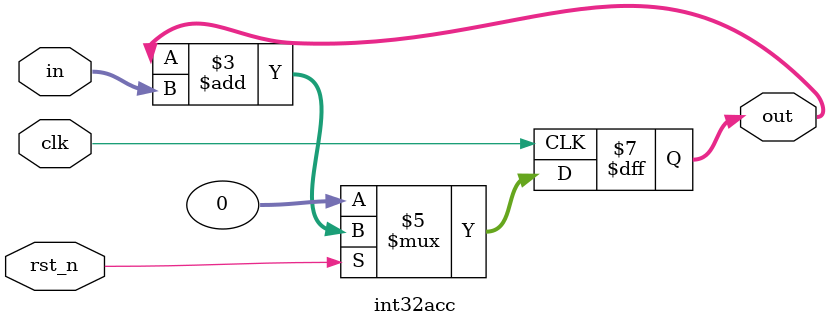
<source format=v>
`timescale 1ns / 1ps


module int32acc(
    input clk,
    input rst_n,
    input [31:0] in,
    output reg [31:0] out
    );
    
    always @ (posedge clk) 
    begin 		                 
             if (~rst_n) begin 			
                out <= 0;         
            end else begin
                out <= out+in;
            end    
    end
endmodule

</source>
